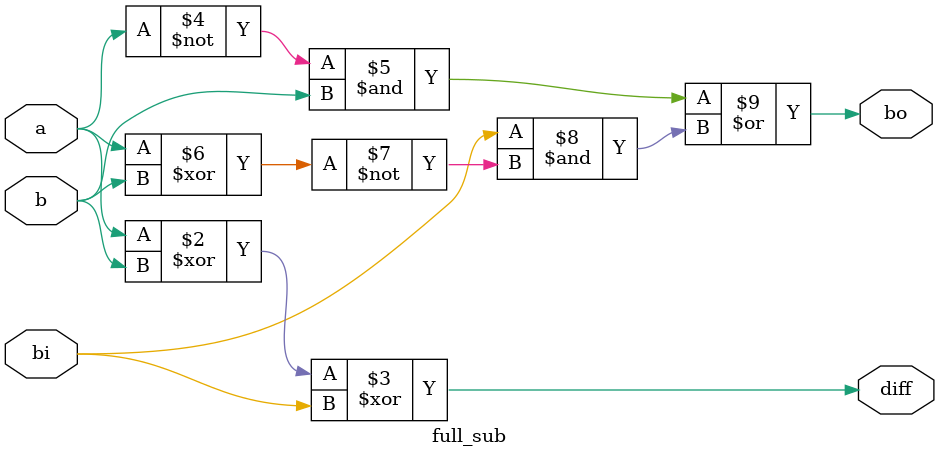
<source format=v>
module full_sub(a,b,bi,diff,bo);
	input a,b,bi;
	output reg diff,bo;
	
	always@(a or b or bi) begin
		diff = a^b^bi;
		bo = (~a&b) | (bi&~(a^b));
	end
endmodule

</source>
